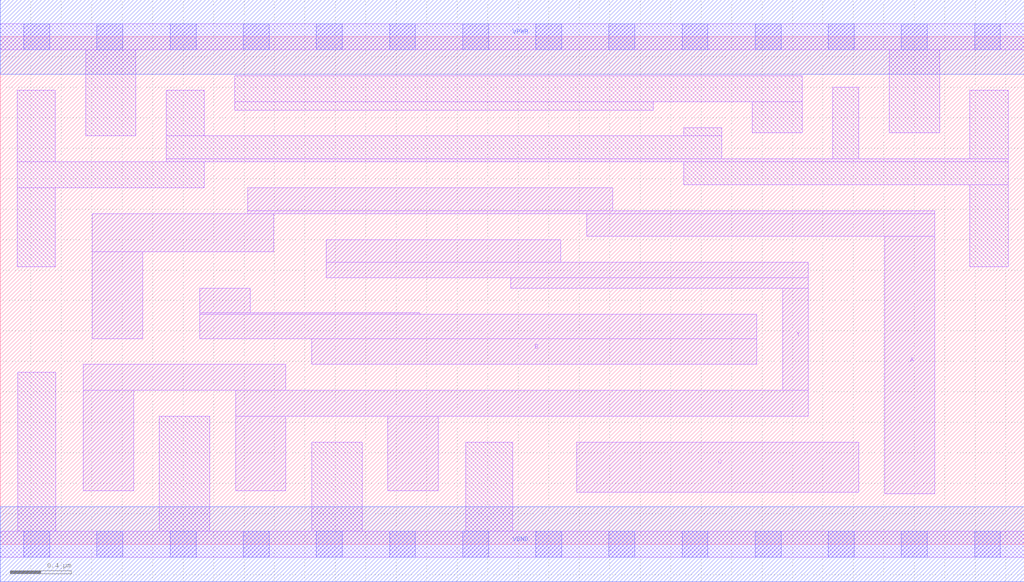
<source format=lef>
# Copyright 2020 The SkyWater PDK Authors
#
# Licensed under the Apache License, Version 2.0 (the "License");
# you may not use this file except in compliance with the License.
# You may obtain a copy of the License at
#
#     https://www.apache.org/licenses/LICENSE-2.0
#
# Unless required by applicable law or agreed to in writing, software
# distributed under the License is distributed on an "AS IS" BASIS,
# WITHOUT WARRANTIES OR CONDITIONS OF ANY KIND, either express or implied.
# See the License for the specific language governing permissions and
# limitations under the License.
#
# SPDX-License-Identifier: Apache-2.0

VERSION 5.7 ;
  NAMESCASESENSITIVE ON ;
  NOWIREEXTENSIONATPIN ON ;
  DIVIDERCHAR "/" ;
  BUSBITCHARS "[]" ;
UNITS
  DATABASE MICRONS 200 ;
END UNITS
MACRO sky130_fd_sc_ms__nor3_4
  CLASS CORE ;
  FOREIGN sky130_fd_sc_ms__nor3_4 ;
  ORIGIN  0.000000  0.000000 ;
  SIZE  6.720000 BY  3.330000 ;
  SYMMETRY X Y ;
  SITE unit ;
  PIN A
    ANTENNAGATEAREA  1.028400 ;
    DIRECTION INPUT ;
    USE SIGNAL ;
    PORT
      LAYER li1 ;
        RECT 0.605000 1.350000 0.935000 1.920000 ;
        RECT 0.605000 1.920000 1.795000 2.170000 ;
        RECT 1.625000 2.170000 6.135000 2.190000 ;
        RECT 1.625000 2.190000 4.020000 2.340000 ;
        RECT 3.850000 2.020000 6.135000 2.170000 ;
        RECT 5.805000 0.330000 6.135000 2.020000 ;
    END
  END A
  PIN B
    ANTENNAGATEAREA  1.028400 ;
    DIRECTION INPUT ;
    USE SIGNAL ;
    PORT
      LAYER li1 ;
        RECT 1.310000 1.350000 4.965000 1.510000 ;
        RECT 1.310000 1.510000 2.755000 1.520000 ;
        RECT 1.310000 1.520000 1.640000 1.680000 ;
        RECT 2.045000 1.180000 4.965000 1.350000 ;
    END
  END B
  PIN C
    ANTENNAGATEAREA  1.028400 ;
    DIRECTION INPUT ;
    USE SIGNAL ;
    PORT
      LAYER li1 ;
        RECT 3.785000 0.340000 5.635000 0.670000 ;
    END
  END C
  PIN Y
    ANTENNADIFFAREA  1.607600 ;
    DIRECTION OUTPUT ;
    USE SIGNAL ;
    PORT
      LAYER li1 ;
        RECT 0.545000 0.350000 0.875000 1.010000 ;
        RECT 0.545000 1.010000 1.875000 1.180000 ;
        RECT 1.545000 0.350000 1.875000 0.840000 ;
        RECT 1.545000 0.840000 5.305000 1.010000 ;
        RECT 2.140000 1.750000 5.305000 1.850000 ;
        RECT 2.140000 1.850000 3.680000 2.000000 ;
        RECT 2.545000 0.350000 2.875000 0.840000 ;
        RECT 3.350000 1.680000 5.305000 1.750000 ;
        RECT 5.135000 1.010000 5.305000 1.680000 ;
    END
  END Y
  PIN VGND
    DIRECTION INOUT ;
    USE GROUND ;
    PORT
      LAYER met1 ;
        RECT 0.000000 -0.245000 6.720000 0.245000 ;
    END
  END VGND
  PIN VPWR
    DIRECTION INOUT ;
    USE POWER ;
    PORT
      LAYER met1 ;
        RECT 0.000000 3.085000 6.720000 3.575000 ;
    END
  END VPWR
  OBS
    LAYER li1 ;
      RECT 0.000000 -0.085000 6.720000 0.085000 ;
      RECT 0.000000  3.245000 6.720000 3.415000 ;
      RECT 0.110000  1.820000 0.360000 2.340000 ;
      RECT 0.110000  2.340000 1.340000 2.510000 ;
      RECT 0.110000  2.510000 0.360000 2.980000 ;
      RECT 0.115000  0.085000 0.365000 1.130000 ;
      RECT 0.560000  2.680000 0.890000 3.245000 ;
      RECT 1.045000  0.085000 1.375000 0.840000 ;
      RECT 1.090000  2.510000 6.615000 2.530000 ;
      RECT 1.090000  2.530000 4.735000 2.680000 ;
      RECT 1.090000  2.680000 1.340000 2.980000 ;
      RECT 1.540000  2.850000 4.285000 2.905000 ;
      RECT 1.540000  2.905000 5.265000 3.075000 ;
      RECT 2.045000  0.085000 2.375000 0.670000 ;
      RECT 3.055000  0.085000 3.365000 0.670000 ;
      RECT 4.485000  2.360000 6.615000 2.510000 ;
      RECT 4.485000  2.680000 4.735000 2.735000 ;
      RECT 4.935000  2.700000 5.265000 2.905000 ;
      RECT 5.465000  2.530000 5.635000 3.000000 ;
      RECT 5.835000  2.700000 6.165000 3.245000 ;
      RECT 6.365000  1.820000 6.615000 2.360000 ;
      RECT 6.365000  2.530000 6.615000 2.980000 ;
    LAYER mcon ;
      RECT 0.155000 -0.085000 0.325000 0.085000 ;
      RECT 0.155000  3.245000 0.325000 3.415000 ;
      RECT 0.635000 -0.085000 0.805000 0.085000 ;
      RECT 0.635000  3.245000 0.805000 3.415000 ;
      RECT 1.115000 -0.085000 1.285000 0.085000 ;
      RECT 1.115000  3.245000 1.285000 3.415000 ;
      RECT 1.595000 -0.085000 1.765000 0.085000 ;
      RECT 1.595000  3.245000 1.765000 3.415000 ;
      RECT 2.075000 -0.085000 2.245000 0.085000 ;
      RECT 2.075000  3.245000 2.245000 3.415000 ;
      RECT 2.555000 -0.085000 2.725000 0.085000 ;
      RECT 2.555000  3.245000 2.725000 3.415000 ;
      RECT 3.035000 -0.085000 3.205000 0.085000 ;
      RECT 3.035000  3.245000 3.205000 3.415000 ;
      RECT 3.515000 -0.085000 3.685000 0.085000 ;
      RECT 3.515000  3.245000 3.685000 3.415000 ;
      RECT 3.995000 -0.085000 4.165000 0.085000 ;
      RECT 3.995000  3.245000 4.165000 3.415000 ;
      RECT 4.475000 -0.085000 4.645000 0.085000 ;
      RECT 4.475000  3.245000 4.645000 3.415000 ;
      RECT 4.955000 -0.085000 5.125000 0.085000 ;
      RECT 4.955000  3.245000 5.125000 3.415000 ;
      RECT 5.435000 -0.085000 5.605000 0.085000 ;
      RECT 5.435000  3.245000 5.605000 3.415000 ;
      RECT 5.915000 -0.085000 6.085000 0.085000 ;
      RECT 5.915000  3.245000 6.085000 3.415000 ;
      RECT 6.395000 -0.085000 6.565000 0.085000 ;
      RECT 6.395000  3.245000 6.565000 3.415000 ;
  END
END sky130_fd_sc_ms__nor3_4
END LIBRARY

</source>
